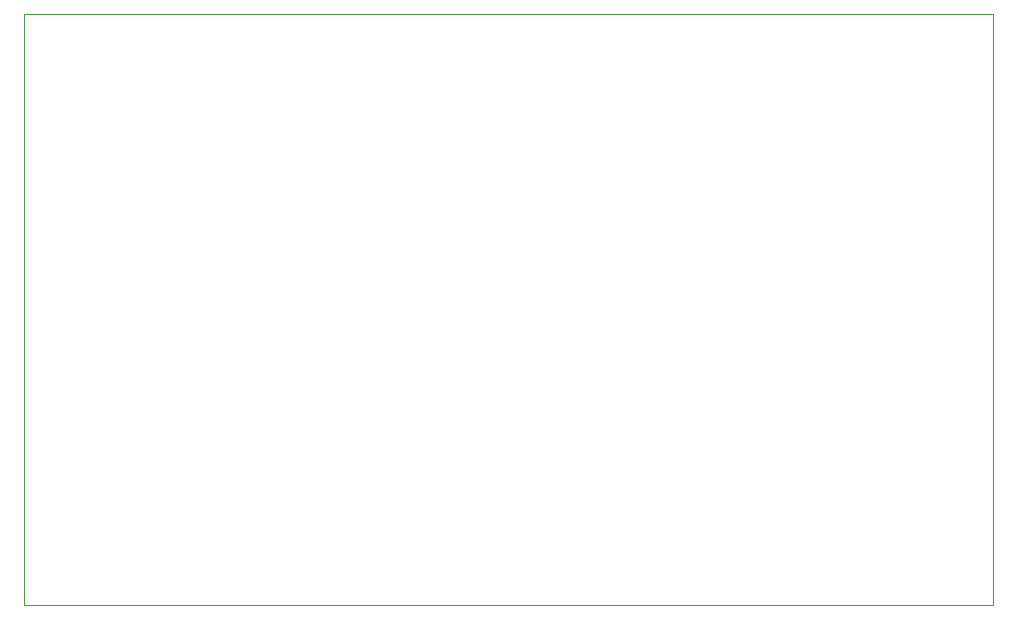
<source format=gm1>
G04 #@! TF.GenerationSoftware,KiCad,Pcbnew,9.0.2*
G04 #@! TF.CreationDate,2025-05-14T19:25:05+05:30*
G04 #@! TF.ProjectId,SpO2_project,53704f32-5f70-4726-9f6a-6563742e6b69,rev?*
G04 #@! TF.SameCoordinates,Original*
G04 #@! TF.FileFunction,Profile,NP*
%FSLAX46Y46*%
G04 Gerber Fmt 4.6, Leading zero omitted, Abs format (unit mm)*
G04 Created by KiCad (PCBNEW 9.0.2) date 2025-05-14 19:25:05*
%MOMM*%
%LPD*%
G01*
G04 APERTURE LIST*
G04 #@! TA.AperFunction,Profile*
%ADD10C,0.038100*%
G04 #@! TD*
G04 APERTURE END LIST*
D10*
X89000000Y-110000000D02*
X171000000Y-110000000D01*
X89000000Y-60000000D02*
X89000000Y-110000000D01*
X171000000Y-110000000D02*
X171000000Y-60000000D01*
X171000000Y-60000000D02*
X89000000Y-60000000D01*
M02*

</source>
